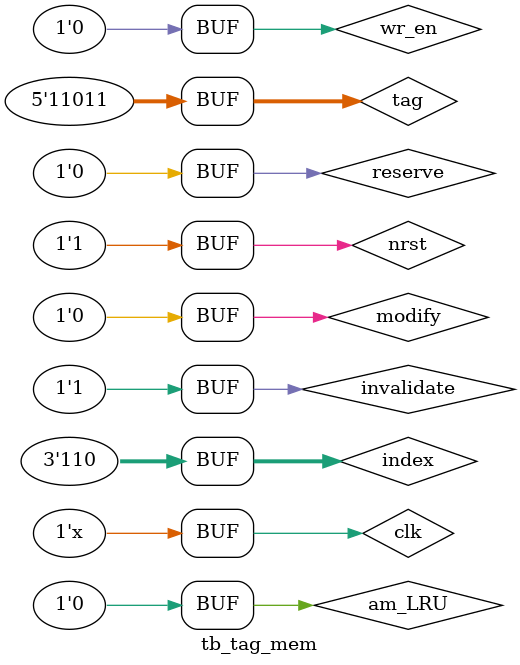
<source format=v>
`timescale 1ns / 1ps


module tb_tag_mem();

    localparam TAG_BITS = 5;
    localparam INDEX_BITS = 3;
    localparam TAG_BITS_WITH_LRU = TAG_BITS + 2;
    
    
    
    reg clk, nrst;
    reg modify, reserve;
    reg wr_en, invalidate, am_LRU;
    reg [TAG_BITS-1:0] tag; 
    reg [INDEX_BITS-1:0] index;

    
    wire [TAG_BITS+1:0] out_tag;
    wire hit;
    
    
    tag_mem #(.TAG_BITS(TAG_BITS), .INDEX_BITS(INDEX_BITS)) 
        UUT (
            .clk(clk),      .nrst(nrst),
            .i_wr_en(wr_en),
            .i_modify(modify),
            .i_tag(tag),
            .i_index(index),
            .i_invalidate(invalidate),
            .i_reserve_exclusive(reserve),
            .i_am_LRU(am_LRU),
            .o_tag(out_tag),
            .o_hit(hit)
        );
        
        

    always #10 clk = ~clk;
    
    initial begin
        clk = 0;
        nrst = 0;
        invalidate = 0;
        modify = 0;
        wr_en = 0;
        reserve = 0;
        #512 // Give time to settle 
        nrst = 1;
        #21
        tag = 5'b11011;
        index = 3'b110;
        #20
        wr_en = 1;
        am_LRU = 1;
        #20
        #20
        wr_en = 0;
        am_LRU = 0;
        #20
        #20
        modify = 1;
        #20
        modify = 0;
        #20
        invalidate = 1;
        
        
        
       
    end
    

endmodule

</source>
